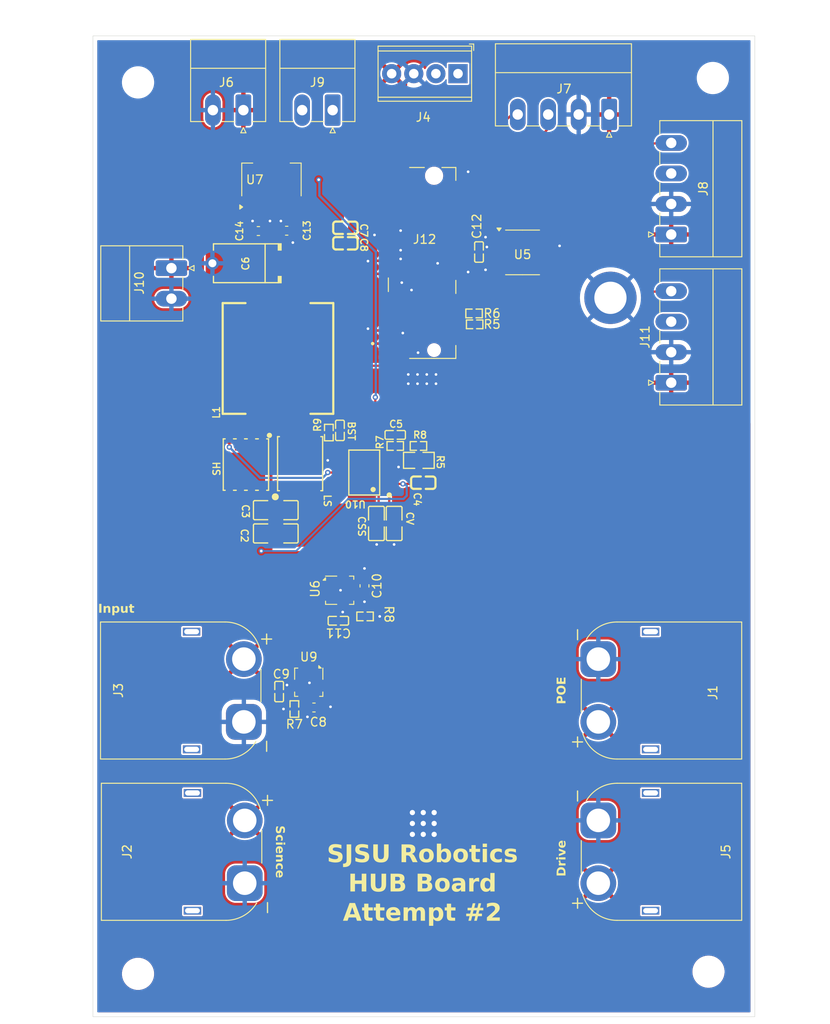
<source format=kicad_pcb>
(kicad_pcb (version 20240108) (generator "pcbnew") (generator_version "8.0")
  (layers (0 "F.Cu" signal "Top Layer") (1 "In1.Cu" signal "Inner1") (2 "In2.Cu" signal "Inner2") (31 "B.Cu" signal "Bottom Layer") (34 "B.Paste" user "Bottom Paste Mask Layer") (35 "F.Paste" user "Top Paste Mask Layer") (36 "B.SilkS" user "Bottom Silkscreen Layer") (37 "F.SilkS" user "Top Silkscreen Layer") (38 "B.Mask" user "Bottom Solder Mask Layer") (39 "F.Mask" user "Top Solder Mask Layer") (44 "Edge.Cuts" user "Multi-Layer"))
  (net 0 "")
  (net 1 "ADC1")
  (net 2 "GND")
  (net 3 "3.3V")
  (net 4 "ADC2")
  (net 5 "5V")
  (net 6 "Net-(J1-Pin_2)")
  (net 7 "Net-(J3-Pin_2)")
  (net 8 "Net-(J12-G0{slash}BUS0)")
  (net 9 "Net-(J12-G1{slash}BUS1)")
  (net 10 "Net-(J11-Pin_3)")
  (net 11 "Net-(J11-Pin_4)")
  (net 12 "SCL")
  (net 13 "SDA")
  (net 26 "TX")
  (net 48 "RX")
  (net 51 "SDA2")
  (net 52 "SCL2")
  (net 66 "Net-(U9-~{FAULT})")
  (net 67 "Net-(U6-~{FAULT})")
  (net 70 "40V")
  (net 79 "$2N2931")
  (net 80 "$2N2778")
  (net 81 "GATE")
  (net 82 "$2N2800")
  (net 83 "$2N671")
  (net 84 "$2N681")
  (net 85 "$2N1026")
  (net 86 "$2N1983")
  (net 87 "$2N1121")
  (footprint "finalhand:C0603" (layer "F.Cu") (at 268.0655 56.6815)
    (property "Reference" "C7")
    (property "Value" "")
  )
  (footprint "TerminalBlock_Phoenix:TerminalBlock_Phoenix_MPT-0,5-4-2.54_1x04_P2.54mm_Horizontal" (layer "F.Cu") (at 280.99 39 180)
    (property "Reference" "J4")
    (property "Value" "2.54mm LCD" (hide yes))
  )
  (footprint "Sensor_Current:Allegro_QFN-12-10-1EP_3x3mm_P0.5mm" (layer "F.Cu") (at 267.32 98.25)
    (property "Reference" "U6")
    (property "Value" "ACS711xEXLT-31AB" (hide yes))
  )
  (footprint "finalhand:C1206" (layer "F.Cu") (at 260.0645 89.0665 180)
    (property "Reference" "C3")
    (property "Value" "")
  )
  (footprint "Connector_AMASS:AMASS_XT60PW-M_1x02_P7.20mm_Horizontal" (layer "F.Cu") (at 256.4 113.35 90)
    (property "Reference" "J3")
    (property "Value" "XT60-PW-M" (hide yes))
  )
  (footprint "finalhand-easyedapro:R0402" (layer "F.Cu") (at 262.2 111.8715 -90)
    (property "Reference" "R7")
    (property "Value" "10K" (hide yes))
  )
  (footprint "Capacitor_SMD:C_0603_1608Metric" (layer "F.Cu") (at 270.25 97.75 -90)
    (property "Reference" "C10")
    (property "Value" "18pF" (hide yes))
  )
  (footprint "finalhand:POWERVDFN-8_L6.0-W5.0-P1.27-BL" (layer "F.Cu") (at 262.8585 83.7325)
    (property "Reference" "LS")
    (property "Value" "")
  )
  (footprint "finalhand-easyedapro:R0402" (layer "F.Cu") (at 270.317 101.25)
    (property "Reference" "R8")
    (property "Value" "10K" (hide yes))
  )
  (footprint "Connector_Phoenix_MC:PhoenixContact_MC_1,5_2-G-3.5_1x02_P3.50mm_Horizontal" (layer "F.Cu") (at 256.345 43.1825 180)
    (property "Reference" "J6")
    (property "Value" "Phoenix (5V,GND)" (hide yes))
  )
  (footprint "finalhand:HTSSOP-14_L5.0-W4.4-P0.65-LS6.4-BL-EP" (layer "F.Cu") (at 270.2245 84.7485 90)
    (property "Reference" "U10")
    (property "Value" "")
  )
  (footprint "finalhand:C0805" (layer "F.Cu") (at 273.6535 90.5905 90)
    (property "Reference" "CV")
    (property "Value" "")
  )
  (footprint "finalhand:C0402" (layer "F.Cu") (at 273.7805 80.4305)
    (property "Reference" "C5")
    (property "Value" "")
  )
  (footprint "finalhand-easyedapro:C0402" (layer "F.Cu") (at 283.4 59.454998 90)
    (property "Reference" "C12")
    (property "Value" "100nF" (hide yes))
  )
  (footprint "finalhand:DFN-8_L5.9-W5.2-P1.27-LS6.2-BL" (layer "F.Cu") (at 256.6355 83.8595 180)
    (property "Reference" "HS")
    (property "Value" "")
  )
  (footprint "Connector_AMASS:AMASS_XT60PW-M_1x02_P7.20mm_Horizontal" (layer "F.Cu") (at 297.1 124.65 -90)
    (property "Reference" "J5")
    (property "Value" "XT60-PW-M" (hide yes))
  )
  (footprint "Package_TO_SOT_SMD:SOT-223-3_TabPin2" (layer "F.Cu") (at 259.5685 51.1635 90)
    (property "Reference" "U7")
    (property "Value" "AMS1117-3.3" (hide yes))
  )
  (footprint "Connector_Phoenix_MC:PhoenixContact_MC_1,5_4-G-3.5_1x04_P3.50mm_Horizontal" (layer "F.Cu") (at 305.4675 74.445 90)
    (property "Reference" "J11")
    (property "Value" "Phoenix (+,-,CANH/L)" (hide yes))
  )
  (footprint "Connector_Phoenix_MC:PhoenixContact_MC_1,5_2-G-3.5_1x02_P3.50mm_Horizontal" (layer "F.Cu") (at 248.0825 61.305 -90)
    (property "Reference" "J10")
    (property "Value" "Phoenix (5V,GND)" (hide yes))
  )
  (footprint "MountingHole:MountingHole_3.2mm_M3" (layer "F.Cu") (at 244.25 142.25 90)
    (property "Reference" "REF**" (hide yes))
    (property "Value" "MountingHole_3.2mm_M3" (hide yes))
  )
  (footprint "finalhand:C0805" (layer "F.Cu") (at 271.6215 90.5905 90)
    (property "Reference" "CSS")
    (property "Value" "")
  )
  (footprint "Capacitor_SMD:C_0603_1608Metric" (layer "F.Cu") (at 258.0685 57.05 180)
    (property "Reference" "C14")
    (property "Value" "10µF" (hide yes))
  )
  (footprint "Package_SO:SOIC-8_3.9x4.9mm_P1.27mm" (layer "F.Cu") (at 288.4 59.5)
    (property "Reference" "U5")
    (property "Value" "SN65HVD232" (hide yes))
  )
  (footprint "Capacitor_SMD:C_0603_1608Metric" (layer "F.Cu") (at 264.45 111.7 180)
    (property "Reference" "C8")
    (property "Value" "18pF" (hide yes))
  )
  (footprint "finalhand:C0603" (layer "F.Cu") (at 276.9935 85.910624 180)
    (property "Reference" "C4")
    (property "Value" "")
  )
  (footprint "MountingHole:MountingHole_3.2mm_M3" (layer "F.Cu") (at 310.25 39.5 90)
    (property "Reference" "REF**" (hide yes))
    (property "Value" "MountingHole_3.2mm_M3" (hide yes))
  )
  (footprint "finalhand:R0402" (layer "F.Cu") (at 276.4475 81.7005 180)
    (property "Reference" "R8")
    (property "Value" "")
  )
  (footprint "finalhand-easyedapro:C0402" (layer "F.Cu") (at 267.25 101.75)
    (property "Reference" "C11")
    (property "Value" "100nF" (hide yes))
  )
  (footprint "M2 Connect:micromod" (layer "F.Cu") (at 286.4905 60.7095 -90)
    (property "Reference" "J12")
    (property "Value" "MicroMod" (hide yes))
  )
  (footprint "Connector_AMASS:AMASS_XT60PW-M_1x02_P7.20mm_Horizontal" (layer "F.Cu") (at 256.5 131.85 90)
    (property "Reference" "J2")
    (property "Value" "XT60-PW-M" (hide yes))
  )
  (footprint "Capacitor_SMD:C_0603_1608Metric" (layer "F.Cu") (at 261.3185 57.0135 180)
    (property "Reference" "C13")
    (property "Value" "10µF" (hide yes))
  )
  (footprint "finalhand:R0402" (layer "F.Cu") (at 273.7805 81.7005 180)
    (property "Reference" "R7")
    (property "Value" "")
  )
  (footprint "MountingHole:MountingHole_3.2mm_M3" (layer "F.Cu") (at 309.75 142 90)
    (property "Reference" "REF**" (hide yes))
    (property "Value" "MountingHole_3.2mm_M3" (hide yes))
  )
  (footprint "finalhand:IND-SMD_L12.7-W12.7" (layer "F.Cu") (at 260.3185 71.6635 90)
    (property "Reference" "L1")
    (property "Value" "")
  )
  (footprint "finalhand:R0805" (layer "F.Cu") (at 276.4935 83.3515)
    (property "Reference" "R5")
    (property "Value" "")
  )
  (footprint "MountingHole:MountingHole_3.2mm_M3" (layer "F.Cu") (at 244.25 40 90)
    (property "Reference" "REF**" (hide yes))
    (property "Value" "MountingHole_3.2mm_M3" (hide yes))
  )
  (footprint "finalhand:Pad_e949" (layer "F.Cu") (at 252.7915 60.7455 -90)
    (property "Reference" "")
    (property "Value" "")
  )
  (footprint "finalhand:C0603" (layer "F.Cu") (at 268.0655 58.4595)
    (property "Reference" "C8")
    (property "Value" "")
  )
  (footprint "finalhand-easyedapro:C0402" (layer "F.Cu") (at 260.45 109.8715 90)
    (property "Reference" "C9")
    (property "Value" "100nF" (hide yes))
  )
  (footprint "Connector_Phoenix_MC:PhoenixContact_MC_1,5_2-G-3.5_1x02_P3.50mm_Horizontal" (layer "F.Cu") (at 266.595 43.1825 180)
    (property "Reference" "J9")
    (property "Value" "Phoenix (SDA/L)" (hide yes))
  )
  (footprint "Connector_Phoenix_MC:PhoenixContact_MC_1,5_4-G-3.5_1x04_P3.50mm_Horizontal" (layer "F.Cu") (at 305.4675 57.445 90)
    (property "Reference" "J8")
    (property "Value" "Phoenix (+,-,CANH/L)" (hide yes))
  )
  (footprint "finalhand:C0402" (layer "F.Cu") (at 267.4305 79.9135 90)
    (property "Reference" "BST")
    (property "Value" "")
  )
  (footprint "finalhand:C1206" (layer "F.Cu") (at 260.0645 91.7335 180)
    (property "Reference" "C2")
    (property "Value" "")
  )
  (footprint "finalhand-easyedapro:R0402" (layer "F.Cu") (at 282.833 66.5 180)
    (property "Reference" "R6")
    (property "Value" "10K" (hide yes))
  )
  (footprint "Sensor_Current:Allegro_QFN-12-10-1EP_3x3mm_P0.5mm" (layer "F.Cu") (at 263.85 108.72 -90)
    (property "Reference" "U9")
    (property "Value" "ACS711xEXLT-31AB" (hide yes))
  )
  (footprint "finalhand:R0402" (layer "F.Cu") (at 266.1605 80.1635 90)
    (property "Reference" "R9")
    (property "Value" "")
  )
  (footprint "Connector_Phoenix_MC:PhoenixContact_MC_1,5_4-G-3.5_1x04_P3.50mm_Horizontal" (layer "F.Cu") (at 298.345 43.6825 180)
    (property "Reference" "J7")
    (property "Value" "Phoenix (GPIO, 5V, GND)" (hide yes))
  )
  (footprint "finalhand:CAP-SMD_L7.3-W4.3-R-RD" (layer "F.Cu") (at 256.6355 60.7455)
    (property "Reference" "C6")
    (property "Value" "")
  )
  (footprint "Connector_AMASS:AMASS_XT60PW-M_1x02_P7.20mm_Horizontal" (layer "F.Cu") (at 297.1 106.15 -90)
    (property "Reference" "J1")
    (property "Value" "XT60-PW-M" (hide yes))
  )
  (footprint "finalhand-easyedapro:R0402" (layer "F.Cu") (at 282.9 67.75 180)
    (property "Reference" "R5")
    (property "Value" "10K" (hide yes))
  )
  (gr_rect (start 239.0685 34.6635) (end 315.0685 147.1635) (stroke (width 0.05)) (fill none) (layer "Edge.Cuts"))
  (gr_text "Input" (at 241.75 101 0) (layer "F.SilkS") (effects (font (size 1 1) (thickness 0.15) (bold yes)) (justify bottom)))
  (gr_text "POE" (at 293.5 109.75 90) (layer "F.SilkS") (effects (font (size 1 1) (thickness 0.15) (bold yes)) (justify bottom)))
  (gr_text "SJSU Robotics\nHUB Board\nAttempt #2" (at 276.9 136.5 0) (layer "F.SilkS") (effects (font (size 2 2) (thickness 0.15) (bold yes)) (justify bottom)))
  (gr_text "Drive" (at 293.5 129 90) (layer "F.SilkS") (effects (font (size 1 1) (thickness 0.15) (bold yes)) (justify bottom)))
  (gr_text "Science" (at 259.916735 128.249997 270) (layer "F.SilkS") (effects (font (size 1 1) (thickness 0.15) (bold yes)) (justify bottom)))
  (segment (start 280.5155 61.7095) (end 282.1095 61.7095) (width 0.254) (layer "F.Cu") (net 1))
  (segment (start 265.225 111.7) (end 266.2715 111.7) (width 0.254) (layer "F.Cu") (net 1))
  (segment (start 265.3 109.45) (end 265.3 111.625) (width 0.254) (layer "F.Cu") (net 1))
  (segment (start 266.2715 111.7) (end 266.35 111.6215) (width 0.254) (layer "F.Cu") (net 1))
  (segment (start 265.3 111.625) (end 265.225 111.7) (width 0.254) (layer "F.Cu") (net 1))
  (segment (start 282.1095 61.7095) (end 282.15 61.75) (width 0.254) (layer "F.Cu") (net 1))
  (via blind (at 266.35 111.6215) (size 0.61) (drill 0.305) (layers "F.Cu" "In2.Cu") (net 1))
  (via blind (at 282.15 61.75) (size 0.61) (drill 0.305) (layers "F.Cu" "In2.Cu") (net 1))
  (segment (start 280.5155 51.3845) (end 281.65 50.25) (width 0.254) (layer "F.Cu") (net 2))
  (segment (start 260.45 109.3265) (end 261.145 109.3265) (width 0.254) (layer "F.Cu") (net 2))
  (segment (start 284.3 58.88) (end 285.91 58.88) (width 0.254) (layer "F.Cu") (net 2))
  (segment (start 257.4 54.445) (end 257.2685 54.3135) (width 0.254) (layer "F.Cu") (net 2))
  (segment (start 270.65 60.5) (end 270.65 59.25) (width 0.254) (layer "F.Cu") (net 2))
  (segment (start 268.7825 86.6985) (end 267.3585 86.6985) (width 0.254) (layer "F.Cu") (net 2))
  (segment (start 261.145 109.3265) (end 261.35 109.1215) (width 0.254) (layer "F.Cu") (net 2))
  (segment (start 263.675 111.7) (end 263.675 112.7465) (width 0.254) (layer "F.Cu") (net 2))
  (segment (start 284.3 58.88) (end 283.429998 58.88) (width 0.254) (layer "F.Cu") (net 2))
  (segment (start 267.3585 83.4485) (end 266.1305 83.4485) (width 0.254) (layer "F.Cu") (net 2))
  (segment (start 270.6905 60.4595) (end 272.9655 60.4595) (width 0.254) (layer "F.Cu") (net 2))
  (segment (start 266.1305 83.4485) (end 266.0335 83.3515) (width 0.254) (layer "F.Cu") (net 2))
  (segment (start 274.65 69.149892) (end 274.65 68.75) (width 0.254) (layer "F.Cu") (net 2))
  (segment (start 267.795 101.75) (end 267.795 100.795) (width 0.2) (layer "F.Cu") (net 2))
  (segment (start 271.6215 92.9715) (end 271.65 93) (width 0.254) (layer "F.Cu") (net 2))
  (segment (start 272.9655 69.9595) (end 273.840392 69.9595) (width 0.254) (layer "F.Cu") (net 2))
  (segment (start 270.65 59.25) (end 270.9405 58.9595) (width 0.254) (layer "F.Cu") (net 2))
  (segment (start 285.91 58.88) (end 285.925 58.865) (width 0.254) (layer "F.Cu") (net 2))
  (segment (start 273.840392 69.9595) (end 274.65 69.149892) (width 0.254) (layer "F.Cu") (net 2))
  (segment (start 267.55 99.7) (end 267.55 100.55) (width 0.2) (layer "F.Cu") (net 2))
  (segment (start 273.6535 92.9965) (end 273.65 93) (width 0.254) (layer "F.Cu") (net 2))
  (segment (start 271.6215 91.6205) (end 271.6215 92.9715) (width 0.254) (layer "F.Cu") (net 2))
  (segment (start 260.5435 57.0135) (end 260.5435 56.0065) (width 0.254) (layer "F.Cu") (net 2))
  (segment (start 257.2935 56.0065) (end 257.4 55.9) (width 0.254) (layer "F.Cu") (net 2))
  (segment (start 267.55 100.55) (end 267.75 100.75) (width 0.2) (layer "F.Cu") (net 2))
  (segment (start 269.7245 85.7565) (end 268.7825 86.6985) (width 0.254) (layer "F.Cu") (net 2))
  (segment (start 283.429998 58.88) (end 283.4 58.909998) (width 0.254) (layer "F.Cu") (net 2))
  (segment (start 257.4 55.9) (end 257.4 54.445) (width 0.254) (layer "F.Cu") (net 2))
  (segment (start 260.5435 56.0065) (end 260.65 55.9) (width 0.254) (layer "F.Cu") (net 2))
  (segment (start 276.4 71) (end 276.3405 71.0595) (width 0.254) (layer "F.Cu") (net 2))
  (segment (start 281.65 50.25) (end 282.15 50.25) (width 0.254) (layer "F.Cu") (net 2))
  (segment (start 276.3405 71.0595) (end 273.7405 71.0595) (width 0.254) (layer "F.Cu") (net 2))
  (segment (start 263.675 112.7465) (end 263.7 112.7715) (width 0.254) (layer "F.Cu") (net 2))
  (segment (start 261.5215 108.95) (end 262.4 108.95) (width 0.254) (layer "F.Cu") (net 2))
  (segment (start 267.795 100.795) (end 267.75 100.75) (width 0.2) (layer "F.Cu") (net 2))
  (segment (start 270.25 99.57) (end 270.25 98.525) (width 0.2) (layer "F.Cu") (net 2))
  (segment (start 273.6535 91.6205) (end 273.6535 92.9965) (width 0.254) (layer "F.Cu") (net 2))
  (segment (start 261.35 109.1215) (end 261.5215 108.95) (width 0.254) (layer "F.Cu") (net 2))
  (segment (start 270.65 60.5) (end 270.6905 60.4595) (width 0.254) (layer "F.Cu") (net 2))
  (segment (start 257.2935 57.05) (end 257.2935 56.0065) (width 0.254) (layer "F.Cu") (net 2))
  (segment (start 280.5155 51.7095) (end 280.5155 51.3845) (width 0.254) (layer "F.Cu") (net 2))
  (segment (start 269.7245 85.2485) (end 269.7245 85.7565) (width 0.254) (layer "F.Cu") (net 2))
  (segment (start 270.9405 58.9595) (end 272.9655 58.9595) (width 0.254) (layer "F.Cu") (net 2))
  (via (at 270.25 99.57) (size 0.61) (drill 0.305) (layers "F.Cu" "B.Cu") (net 2))
  (via (at 274.65 68.75) (size 0.61) (drill 0.305) (layers "F.Cu" "B.Cu") (net 2))
  (via (at 266.0335 83.3515) (size 0.61) (drill 0.305) (layers "F.Cu" "B.Cu") (net 2))
  (via blind (at 278.46066 73.5) (size 0.61) (drill 0.305) (layers "F.Cu" "In1.Cu") (net 2))
  (via blind (at 277.4 73.5) (size 0.61) (drill 0.305) (layers "F.Cu" "In1.Cu") (net 2))
  (via (at 276.4 71) (size 0.61) (drill 0.305) (layers "F.Cu" "B.Cu") (net 2))
  (via (at 267.75 100.75) (size 0.61) (drill 0.305) (layers "F.Cu" "B.Cu") (net 2))
  (via blind (at 275.27868 73.5) (size 0.61) (drill 0.305) (layers "F.Cu" "In1.Cu") (net 2))
  (via (at 273.65 93) (size 0.61) (drill 0.305) (layers "F.Cu" "B.Cu") (net 2))
  (via (at 282.15 50.25) (size 0.61) (drill 0.305) (layers "F.Cu" "B.Cu") (net 2))
  (via blind (at 276.33934 73.5) (size 0.61) (drill 0.305) (layers "F.Cu" "In1.Cu") (net 2))
  (via (at 274.1615 84.1135) (size 0.61) (drill 0.305) (layers "F.Cu" "B.Cu") (net 2))
  (via (at 260.65 55.9) (size 0.61) (drill 0.305) (layers "F.Cu" "B.Cu") (net 2))
  (via (at 261.35 109.1215) (size 0.61) (drill 0.305) (layers "F.Cu" "B.Cu") (net 2))
  (via (at 257.4 55.9) (size 0.61) (drill 0.305) (layers "F.Cu" "B.Cu") (net 2))
  (via (at 284.3 58.88) (size 0.61) (drill 0.305) (layers "F.Cu" "B.Cu") (net 2))
  (via (at 270.65 60.5) (size 0.61) (drill 0.305) (layers "F.Cu" "B.Cu") (net 2))
  (via (at 263.7 112.7715) (size 0.61) (drill 0.305) (layers "F.Cu" "B.Cu") (net 2))
  (via (at 271.65 93) (size 0.61) (drill 0.305) (layers "F.Cu" "B.Cu") (net 2))
  (via blind (at 277.4 74.56066) (size 0.61) (drill 0.305) (layers "In1.Cu" "B.Cu") (net 2))
  (via blind (at 276.33934 74.56066) (size 0.61) (drill 0.305) (layers "In1.Cu" "B.Cu") (net 2))
  (via blind (at 275.27868 74.56066) (size 0.61) (drill 0.305) (layers "In1.Cu" "B.Cu") (net 2))
  (via blind (at 278.46066 74.56066) (size 0.61) (drill 0.305) (layers "In1.Cu" "B.Cu") (net 2))
  (segment (start 259.4 54.482) (end 259.5685 54.3135) (width 0.254) (layer "F.Cu") (net 3))
  (segment (start 266.705 101.75) (end 267 101.455) (width 0.2) (layer "F.Cu") (net 3))
  (segment (start 283.4 66.366) (end 283.266 66.5) (width 0.254) (layer "F.Cu") (net 3))
  (segment (start 283.266 67.683) (end 283.333 67.75) (width 0.254) (layer "F.Cu") (net 3))
  (segment (start 272 101.25) (end 270.75 101.25) (width 0.254) (layer "F.Cu") (net 3))
  (segment (start 282.65 71.75) (end 281.9 72.5) (width 0.254) (layer "F.Cu") (net 3))
  (segment (start 270.65 72.15) (end 271 72.5) (width 0.254) (layer "F.Cu") (net 3))
  (segment (start 260.95 111.8715) (end 261.383 112.3045) (width 0.254) (layer "F.Cu") (net 3))
  (segment (start 281.9 72.5) (end 271 72.5) (width 0.254) (layer "F.Cu") (net 3))
  (segment (start 265.3 108.95) (end 264.01 108.95) (width 0.254) (layer "F.Cu") (net 3))
  (segment (start 283.333 68.567) (end 282.65 69.25) (width 0.254) (layer "F.Cu") (net 3))
  (segment (start 260.45 110.4165) (end 260.45 111.3715) (width 0.254) (layer "F.Cu") (net 3))
  (segment (start 258.8435 56.4565) (end 259.4 55.9) (width 0.254) (layer "F.Cu") (net 3))
  (segment (start 267.5 98.25) (end 267.5 96.85) (width 0.254) (layer "F.Cu") (net 3))
  (segment (start 270.65 68.25) (end 270.65 72.15) (width 0.254) (layer "F.Cu") (net 3))
  (segment (start 264.01 108.95) (end 263.9315 108.8715) (width 0.254) (layer "F.Cu") (net 3))
  (segment (start 261.65 58) (end 259.7935 58) (width 0.254) (layer "F.Cu") (net 3))
  (segment (start 262.2 112.3045) (end 261.383 112.3045) (width 0.2) (layer "F.Cu") (net 3))
  (segment (start 267 101.455) (end 267 99.25) (width 0.2) (layer "F.Cu") (net 3))
  (segment (start 283.4 59.999998) (end 283.4 66.366) (width 0.254) (layer "F.Cu") (net 3))
  (segment (start 283.4 59.999998) (end 285.789998 59.999998) (width 0.254) (layer "F.Cu") (net 3))
  (segment (start 285.789998 59.999998) (end 285.925 60.135) (width 0.254) (layer "F.Cu") (net 3))
  (segment (start 262.025 58.375) (end 261.65 58) (width 0.254) (layer "F.Cu") (net 3))
  (segment (start 267.5 96.85) (end 267.55 96.8) (width 0.254) (layer "F.Cu") (net 3))
  (segment (start 267 99.25) (end 267.5 98.75) (width 0.2) (layer "F.Cu") (net 3))
  (segment (start 283.333 67.75) (end 283.333 68.567) (width 0.254) (layer "F.Cu") (net 3))
  (segment (start 267.5 98.75) (end 267.5 98.25) (width 0.2) (layer "F.Cu") (net 3))
  (segment (start 259.5685 54.3135) (end 259.5685 48.0135) (width 0.762) (layer "F.Cu") (net 3))
  (segment (start 282.65 69.25) (end 282.65 71.75) (width 0.254) (layer "F.Cu") (net 3))
  (segment (start 258.8435 57.05) (end 258.8435 56.4565) (width 0.254) (layer "F.Cu") (net 3))
  (segment (start 283.266 66.5) (end 283.266 67.683) (width 0.254) (layer "F.Cu") (net 3))
  (segment (start 259.4 55.9) (end 259.4 54.482) (width 0.254) (layer "F.Cu") (net 3))
  (segment (start 282.1905 69.7095) (end 282.65 69.25) (width 0.254) (layer "F.Cu") (net 3))
  (segment (start 280.5155 69.7095) (end 282.1905 69.7095) (width 0.254) (layer "F.Cu") (net 3))
  (segment (start 260.45 111.3715) (end 260.95 111.8715) (width 0.254) (layer "F.Cu") (net 3))
  (segment (start 259.7935 58) (end 258.8435 57.05) (width 0.254) (layer "F.Cu") (net 3))
  (via blind (at 270.65 68.25) (size 0.61) (drill 0.305) (layers "F.Cu" "In2.Cu") (net 3))
  (via blind (at 263.9315 108.8715) (size 0.61) (drill 0.305) (layers "F.Cu" "In2.Cu") (net 3))
  (via blind (at 259.4 55.9) (size 0.61) (drill 0.305) (layers "F.Cu" "In2.Cu") (net 3))
  (via blind (at 267.5 98.25) (size 0.61) (drill 0.305) (layers "F.Cu" "In2.Cu") (net 3))
  (via blind (at 262.025 58.375) (size 0.61) (drill 0.305) (layers "F.Cu" "In2.Cu") (net 3))
  (via blind (at 260.95 111.8715) (size 0.61) (drill 0.305) (layers "F.Cu" "In2.Cu") (net 3))
  (via blind (at 272 101.25) (size 0.61) (drill 0.305) (layers "F.Cu" "In2.Cu") (net 3))
  (segment (start 268.05 96.8) (end 270.075 96.8) (width 0.2) (layer "F.Cu") (net 4))
  (segment (start 278.6905 60.7095) (end 280.5155 60.7095) (width 0.254) (layer "F.Cu") (net 4))
  (segment (start 270.25 95.75) (end 270.25 96.975) (width 0.254) (layer "F.Cu") (net 4))
  (segment (start 278.65 60.75) (end 278.6905 60.7095) (width 0.254) (layer "F.Cu") (net 4))
  (segment (start 270.075 96.8) (end 270.25 96.975) (width 0.2) (layer "F.Cu") (net 4))
  (via blind (at 270.25 95.75) (size 0.61) (drill 0.305) (layers "F.Cu" "In2.Cu") (net 4))
  (via blind (at 278.65 60.75) (size 0.61) (drill 0.305) (layers "F.Cu" "In2.Cu") (net 4))
  (segment (start 262.0935 57.0135) (end 262.0935 54.5385) (width 0.254) (layer "F.Cu") (net 5))
  (segment (start 267.3655 58.4595) (end 267.3655 56.6815) (width 0.254) (layer "F.Cu") (net 5))
  (segment (start 271.4945 78.6895) (end 273.2355 80.4305) (width 0.254) (layer "F.Cu") (net 5))
  (segment (start 271.4945 76.1125) (end 271.4945 78.6895) (width 0.254) (layer "F.Cu") (net 5))
  (segment (start 273.2355 80.4305) (end 273.2355 81.715) (width 0.254) (layer "F.Cu") (net 5))
  (segment (start 262.0935 54.5385) (end 261.8685 54.3135) (width 0.254) (layer "F.Cu") (net 5))
  (segment (start 273.2355 81.715) (end 273.3475 81.8275) (width 0.254) (layer "F.Cu") (net 5))
  (via (at 271.4945 76.1125) (size 0.61) (drill 0.305) (layers "F.Cu" "B.Cu") (net 5))
  (via (at 264.9935 51.160624) (size 0.61) (drill 0.305) (layers "F.Cu" "B.Cu") (net 5))
  (segment (start 265.0685 51.235624) (end 264.9935 51.160624) (width 0.254) (layer "B.Cu") (net 5))
  (segment (start 271.5455 76.0615) (end 271.4945 76.1125) (width 0.254) (layer "B.Cu") (net 5))
  (segment (start 265.0685 52.977376) (end 265.0685 51.235624) (width 0.254) (layer "B.Cu") (net 5))
  (segment (start 271.5455 59.454376) (end 271.5455 76.0615) (width 0.254) (layer "B.Cu") (net 5))
  (segment (start 265.0685 52.977376) (end 271.5455 59.454376) (width 0.254) (layer "B.Cu") (net 5))
  (segment (start 264.25 107.5) (end 264.35 107.4) (width 0.254) (layer "F.Cu") (net 6))
  (segment (start 264.45 108.035) (end 264.55 107.935) (width 0.254) (layer "F.Cu") (net 6))
  (segment (start 266.2 98.95) (end 266 98.75) (width 0.254) (layer "F.Cu") (net 6))
  (segment (start 264.25 108.035) (end 264.45 108.035) (width 0.254) (layer "F.Cu") (net 6))
  (segment (start 266.1 98.65) (end 266 98.75) (width 0.254) (layer "F.Cu") (net 6))
  (segment (start 264.25 108.035) (end 264.25 107.5) (width 0.254) (layer "F.Cu") (net 6))
  (segment (start 266.635 98.65) (end 266.1 98.65) (width 0.254) (layer "F.Cu") (net 6))
  (segment (start 266.535 98.95) (end 266.2 98.95) (width 0.254) (layer "F.Cu") (net 6))
  (via blind (at 277 125) (size 1) (drill 0.6) (layers "F.Cu" "In2.Cu") (net 6))
  (via blind (at 275.75 123.75) (size 1) (drill 0.6) (layers "F.Cu" "In2.Cu") (net 6))
  (via blind (at 277 126.25) (size 1) (drill 0.6) (layers "F.Cu" "In2.Cu") (net 6))
  (via blind (at 275.75 126.25) (size 1) (drill 0.6) (layers "F.Cu" "In2.Cu") (net 6))
  (via blind (at 275.75 125) (size 1) (drill 0.6) (layers "F.Cu" "In2.Cu") (net 6))
  (via blind (at 278.25 126.25) (size 1) (drill 0.6) (layers "F.Cu" "In2.Cu") (net 6))
  (via blind (at 277 123.75) (size 1) (drill 0.6) (layers "F.Cu" "In2.Cu") (net 6))
  (via blind (at 278.25 123.75) (size 1) (drill 0.6) (layers "F.Cu" "In2.Cu") (net 6))
  (via blind (at 278.25 125) (size 1) (drill 0.6) (layers "F.Cu" "In2.Cu") (net 6))
  (segment (start 263.45 107.5) (end 263.35 107.4) (width 0.254) (layer "F.Cu") (net 7))
  (segment (start 263.45 108.035) (end 263.45 107.5) (width 0.254) (layer "F.Cu") (net 7))
  (segment (start 263.45 108.035) (end 263.25 108.035) (width 0.254) (layer "F.Cu") (net 7))
  (segment (start 263.25 108.035) (end 263.15 107.935) (width 0.254) (layer "F.Cu") (net 7))
  (segment (start 287.167608 43.6825) (end 287.845 43.6825) (width 0.254) (layer "F.Cu") (net 8))
  (segment (start 280.5155 60.2095) (end 279.640608 60.2095) (width 0.254) (layer "F.Cu") (net 8))
  (segment (start 279.4 59.968892) (end 279.4 51.450108) (width 0.254) (layer "F.Cu") (net 8))
  (segment (start 279.640608 60.2095) (end 279.4 59.968892) (width 0.254) (layer "F.Cu") (net 8))
  (segment (start 279.4 51.450108) (end 287.167608 43.6825) (width 0.254) (layer "F.Cu") (net 8))
  (segment (start 291.345 45.305) (end 291.345 43.6825) (width 0.254) (layer "F.Cu") (net 9))
  (segment (start 282.15 54.5) (end 291.345 45.305) (width 0.254) (layer "F.Cu") (net 9))
  (segment (start 282.15 58.949892) (end 282.15 54.5) (width 0.254) (layer "F.Cu") (net 9))
  (segment (start 280.5155 59.7095) (end 281.390392 59.7095) (width 0.254) (layer "F.Cu") (net 9))
  (segment (start 281.390392 59.7095) (end 282.15 58.949892) (width 0.254) (layer "F.Cu") (net 9))
  (segment (start 290.99 58.75) (end 290.875 58.865) (width 0.254) (layer "F.Cu") (net 10))
  (segment (start 292.65 58.75) (end 290.99 58.75) (width 0.254) (layer "F.Cu") (net 10))
  (via blind (at 292.65 58.75) (size 0.61) (drill 0.305) (layers "F.Cu" "In2.Cu") (net 10))
  (segment (start 290.875 60.135) (end 301.765 60.135) (width 0.254) (layer "F.Cu") (net 11))
  (segment (start 290.875 60.135) (end 290.99 60.25) (width 0.254) (layer "F.Cu") (net 11))
  (segment (start 301.765 60.135) (end 302.15 59.75) (width 0.254) (layer "F.Cu") (net 11))
  (segment (start 302.65 47) (end 305.65 47) (width 0.254) (layer "F.Cu") (net 11))
  (segment (start 302.65 64) (end 302.15 63.5) (width 0.254) (layer "F.Cu") (net 11))
  (segment (start 302.15 63.5) (end 302.15 59.75) (width 0.254) (layer "F.Cu") (net 11))
  (segment (start 305.65 64) (end 302.65 64) (width 0.254) (layer "F.Cu") (net 11))
  (segment (start 302.15 47.5) (end 302.65 47) (width 0.254) (layer "F.Cu") (net 11))
  (segment (start 302.15 59.75) (end 302.15 47.5) (width 0.254) (layer "F.Cu") (net 11))
  (segment (start 275.75 63.817658) (end 276.748766 63.817658) (width 0.254) (layer "F.Cu") (net 12))
  (segment (start 280.5155 66.7095) (end 282.1905 66.7095) (width 0.254) (layer "F.Cu") (net 12))
  (segment (start 276.748766 63.817658) (end 279.640608 66.7095) (width 0.254) (layer "F.Cu") (net 12))
  (segment (start 282.1905 66.7095) (end 282.4 66.5) (width 0.254) (layer "F.Cu") (net 12))
  (segment (start 279.640608 66.7095) (end 280.5155 66.7095) (width 0.254) (layer "F.Cu") (net 12))
  (via blind (at 275.65 63.817658) (size 0.61) (drill 0.305) (layers "F.Cu" "In2.Cu") (net 12))
  (segment (start 274.53204 62.96796) (end 274.807273 63.243193) (width 0.254) (layer "F.Cu") (net 13))
  (segment (start 280.5155 67.2095) (end 281.9265 67.2095) (width 0.254) (layer "F.Cu") (net 13))
  (segment (start 275.3595 67.2095) (end 280.5155 67.2095) (width 0.254) (layer "F.Cu") (net 13))
  (segment (start 281.9265 67.2095) (end 282.467 67.75) (width 0.254) (layer "F.Cu") (net 13))
  (segment (start 274.807273 63.243193) (end 274.807273 66.657273) (width 0.254) (layer "F.Cu") (net 13))
  (segment (start 274.807273 66.657273) (end 275.3595 67.2095) (width 0.254) (layer "F.Cu") (net 13))
  (via blind (at 274.53204 62.96796) (size 0.61) (drill 0.305) (layers "F.Cu" "In2.Cu") (net 13))
  (segment (start 272.9655 59.4595) (end 274.1905 59.4595) (width 0.254) (layer "F.Cu") (net 26))
  (segment (start 285.925 57.595) (end 284.305 57.595) (width 0.254) (layer "F.Cu") (net 26))
  (segment (start 284.305 57.595) (end 284.15 57.75) (width 0.254) (layer "F.Cu") (net 26))
  (segment (start 274.1905 59.4595) (end 274.4 59.25) (width 0.254) (layer "F.Cu") (net 26))
  (via blind (at 284.15 57.75) (size 0.61) (drill 0.305) (layers "F.Cu" "In2.Cu") (net 26))
  (via blind (at 274.4 59.25) (size 0.61) (drill 0.305) (layers "F.Cu" "In2.Cu") (net 26))
  (segment (start 272.9655 59.9595) (end 274.1095 59.9595) (width 0.254) (layer "F.Cu") (net 48))
  (segment (start 274.1095 59.9595) (end 274.4 60.25) (width 0.254) (layer "F.Cu") (net 48))
  (segment (start 285.925 61.405) (end 284.245 61.405) (width 0.254) (layer "F.Cu") (net 48))
  (segment (start 284.245 61.405) (end 284.15 61.5) (width 0.254) (layer "F.Cu") (net 48))
  (via blind (at 284.15 61.5) (size 0.61) (drill 0.305) (layers "F.Cu" "In2.Cu") (net 48))
  (via blind (at 274.4 60.25) (size 0.61) (drill 0.305) (layers "F.Cu" "In2.Cu") (net 48))
  (segment (start 271.4405 57.4595) (end 272.9655 57.4595) (width 0.254) (layer "F.Cu") (net 51))
  (segment (start 271.4 57.5) (end 271.4405 57.4595) (width 0.254) (layer "F.Cu") (net 51))
  (via blind (at 271.4 57.5) (size 0.61) (drill 0.305) (layers "F.Cu" "In2.Cu") (net 51))
  (segment (start 273.880892 57) (end 273.840392 56.9595) (width 0.254) (layer "F.Cu") (net 52))
  (segment (start 273.840392 56.9595) (end 272.9655 56.9595) (width 0.254) (layer "F.Cu") (net 52))
  (segment (start 274.4 57) (end 273.880892 57) (width 0.254) (layer "F.Cu") (net 52))
  (via blind (at 274.4 57) (size 0.61) (drill 0.305) (layers "F.Cu" "In2.Cu") (net 52))
  (segment (start 262.2 109.65) (end 262.2 111.4385) (width 0.254) (layer "F.Cu") (net 66))
  (segment (start 262.2 109.65) (end 262.4 109.45) (width 0.254) (layer "F.Cu") (net 66))
  (segment (start 268.05 99.7) (end 269.6 101.25) (width 0.2) (layer "F.Cu") (net 67))
  (segment (start 269.6 101.25) (end 269.884 101.25) (width 0.2) (layer "F.Cu") (net 67))
  (segment (start 266.1 97.85) (end 266 97.75) (width 0.254) (layer "F.Cu") (net 70))
  (segment (start 274.663 86.0485) (end 273.0905 86.0485) (width 0.254) (layer "F.Cu") (net 70))
  (segment (start 275.4635 86.0485) (end 274.663 86.0485) (width 0.254) (layer "F.Cu") (net 70))
  (segment (start 266.535 97.55) (end 266.535 97.75) (width 0.254) (layer "F.Cu") (net 70))
  (segment (start 276.9665 84.937624) (end 277.4935 84.410624) (width 0.254) (layer "F.Cu") (net 70))
  (segment (start 276.7435 85.910624) (end 276.9665 85.687624) (width 0.254) (layer "F.Cu") (net 70))
  (segment (start 266.535 97.75) (end 266.635 97.85) (width 0.254) (layer "F.Cu") (net 70))
  (segment (start 275.601376 85.910624) (end 276.2935 85.910624) (width 0.254) (layer "F.Cu") (net 70))
  (segment (start 275.4635 86.0485) (end 275.601376 85.910624) (width 0.254) (layer "F.Cu") (net 70))
  (segment (start 266.635 97.85) (end 266.1 97.85) (width 0.254) (layer "F.Cu") (net 70))
  (segment (start 276.9665 85.687624) (end 276.9665 84.937624) (width 0.254) (layer "F.Cu") (net 70))
  (segment (start 276.2935 85.910624) (end 276.7435 85.910624) (width 0.254) (layer "F.Cu") (net 70))
  (segment (start 277.4935 84.410624) (end 277.4935 83.3515) (width 0.254) (layer "F.Cu") (net 70))
  (via (at 274.663 86.0485) (size 0.61) (drill 0.305) (layers "F.Cu" "B.Cu") (net 70))
  (via (at 258.4 93.75) (size 0.61) (drill 0.305) (layers "F.Cu" "B.Cu") (net 70))
  (segment (start 275.1015 87.394376) (end 274.7205 87.775376) (width 0.254) (layer "B.Cu") (net 70))
  (segment (start 262.4 93.75) (end 268.374624 87.775376) (width 0.2) (layer "B.Cu") (net 70))
  (segment (start 274.898624 86.0485) (end 275.1015 86.251376) (width 0.254) (layer "B.Cu") (net 70))
  (segment (start 275.1015 86.251376) (end 275.1015 87.394376) (width 0.254) (layer "B.Cu") (net 70))
  (segment (start 274.663 86.0485) (end 274.898624 86.0485) (width 0.254) (layer "B.Cu") (net 70))
  (segment (start 258.4 93.75) (end 262.4 93.75) (width 0.2) (layer "B.Cu") (net 70))
  (segment (start 274.7205 87.775376) (end 268.374624 87.775376) (width 0.254) (layer "B.Cu") (net 70))
  (segment (start 266.1605 81.6005) (end 266.1605 80.5965) (width 0.254) (layer "F.Cu") (net 79))
  (segment (start 266.1605 81.6005) (end 267.3585 82.7985) (width 0.254) (layer "F.Cu") (net 79))
  (segment (start 267.3935 79.3615) (end 267.4305 79.3245) (width 0.254) (layer "F.Cu") (net 80))
  (segment (start 267.4305 79.3685) (end 266.5225 79.3685) (width 0.254) (layer "F.Cu") (net 80))
  (segment (start 263.8745 84.0985) (end 263.3585 83.5825) (width 0.254) (layer "F.Cu") (net 80))
  (segment (start 263.3585 83.5825) (end 262.8585 83.0825) (width 0.254) (layer "F.Cu") (net 80))
  (segment (start 267.3585 84.0985) (end 263.8745 84.0985) (width 0.254) (layer "F.Cu") (net 80))
  (segment (start 266.5225 79.3685) (end 266.1605 79.7305) (width 0.254) (layer "F.Cu") (net 80))
  (segment (start 266.0335 84.7485) (end 267.3585 84.7485) (width 0.254) (layer "F.Cu") (net 81))
  (segment (start 254.7305 81.8275) (end 254.7305 80.9345) (width 0.254) (layer "F.Cu") (net 81))
  (via (at 266.0335 84.7485) (size 0.61) (drill 0.305) (layers "F.Cu" "B.Cu") (net 81))
  (via (at 254.7305 81.8275) (size 0.61) (drill 0.305) (layers "F.Cu" "B.Cu") (net 81))
  (segment (start 254.7305 81.8275) (end 258.265376 85.362376) (width 0.254) (layer "B.Cu") (net 81))
  (segment (start 265.4495 85.362376) (end 266.0335 84.778376) (width 0.254) (layer "B.Cu") (net 81))
  (segment (start 266.0335 84.778376) (end 266.0335 84.7485) (width 0.254) (layer "B.Cu") (net 81))
  (segment (start 258.265376 85.362376) (end 265.4495 85.362376) (width 0.254) (layer "B.Cu") (net 81))
  (segment (start 266.366 86.0485) (end 267.3585 86.0485) (width 0.254) (layer "F.Cu") (net 82))
  (segment (start 264.7635 86.758) (end 265.6565 86.758) (width 0.254) (layer "F.Cu") (net 82))
  (segment (start 265.6565 86.758) (end 266.366 86.0485) (width 0.254) (layer "F.Cu") (net 82))
  (segment (start 267.4305 81.2625) (end 267.4305 80.4585) (width 0.254) (layer "F.Cu") (net 83))
  (segment (start 268.7005 85.0025) (end 268.7005 82.5325) (width 0.254) (layer "F.Cu") (net 83))
  (segment (start 268.3045 85.3985) (end 268.7005 85.0025) (width 0.254) (layer "F.Cu") (net 83))
  (segment (start 268.7005 82.5325) (end 267.4305 81.2625) (width 0.254) (layer "F.Cu") (net 83))
  (segment (start 267.3585 85.3985) (end 268.3045 85.3985) (width 0.254) (layer "F.Cu") (net 83))
  (segment (start 274.9405 82.7985) (end 275.4935 83.3515) (width 0.254) (layer "F.Cu") (net 84))
  (segment (start 275.3665 83.4785) (end 275.4935 83.3515) (width 0.254) (layer "F.Cu") (net 84))
  (segment (start 273.0905 82.7985) (end 274.9405 82.7985) (width 0.254) (layer "F.Cu") (net 84))
  (segment (start 271.6215 89.5605) (end 271.8755 89.3065) (width 0.254) (layer "F.Cu") (net 85))
  (segment (start 271.8755 83.74) (end 272.167 83.4485) (width 0.254) (layer "F.Cu") (net 85))
  (segment (start 271.8755 89.3065) (end 271.8755 83.74) (width 0.254) (layer "F.Cu") (net 85))
  (segment (start 272.167 83.4485) (end 273.0905 83.4485) (width 0.254) (layer "F.Cu") (net 85))
  (segment (start 276.0145 81.96375) (end 276.0145 81.7005) (width 0.254) (layer "F.Cu") (net 86))
  (segment (start 276.00525 84.7485) (end 276.38675 84.367) (width 0.254) (layer "F.Cu") (net 86))
  (segment (start 274.2135 81.8275) (end 274.3255 81.715) (width 0.254) (layer "F.Cu") (net 86))
  (segment (start 276.1935 81.8275) (end 274.2135 81.8275) (width 0.254) (layer "F.Cu") (net 86))
  (segment (start 273.0905 84.7485) (end 276.00525 84.7485) (width 0.254) (layer "F.Cu") (net 86))
  (segment (start 274.3255 81.715) (end 274.3255 80.4305) (width 0.254) (layer "F.Cu") (net 86))
  (segment (start 276.38675 82.336) (end 276.0145 81.96375) (width 0.254) (layer "F.Cu") (net 86))
  (segment (start 276.38675 84.367) (end 276.38675 82.336) (width 0.254) (layer "F.Cu") (net 86))
  (segment (start 273.0905 88.9975) (end 273.6535 89.5605) (width 0.254) (layer "F.Cu") (net 87))
  (segment (start 273.0905 86.6985) (end 273.0905 88.9975) (width 0.254) (layer "F.Cu") (net 87))
  (zone (net 70) (net_name "40V") (layer "F.Cu") (priority 500) (connect_pads (clearance 0.152)) (min_thickness 0.127) (fill yes (thermal_gap 0.5) (thermal_bridge_width 0.5))
    (polygon (pts (xy 259.6835 82.4625) (xy 251.9365 82.4625) (xy 251.9365 98.2065) (xy 259.6835 98.2065)))
  )
  (zone (net 5) (net_name "5V") (layer "F.Cu") (priority 496) (connect_pads (clearance 0.152)) (min_thickness 0.127) (fill yes (thermal_gap 0.5) (thermal_bridge_width 0.5))
    (polygon (pts (xy 267.9 57.9235) (xy 267.9385 70.6515) (xy 254.7305 70.6515) (xy 254.9 58)))
  )
  (zone (net 5) (net_name "5V") (layer "F.Cu") (priority 3) (connect_pads (clearance 0.152)) (min_thickness 0.25) (fill yes (thermal_gap 0.5) (thermal_bridge_width 0.5))
    (polygon (pts (xy 313.9 72.75) (xy 313.9 76.5) (xy 302.9 76.5) (xy 302.9 72.75)))
  )
  (zone (net 6) (net_name "Net-(J1-Pin_2)") (layer "F.Cu") (priority 6) (connect_pads (clearance 0.152)) (min_thickness 0.25) (fill yes (thermal_gap 0.5) (thermal_bridge_width 0.5))
    (polygon (pts (xy 266.651882 108.75) (xy 290.901882 108.75) (xy 290.901882 102.25) (xy 266.651882 102.25)))
  )
  (zone (net 5) (net_name "5V") (layer "F.Cu") (priority 3) (connect_pads (clearance 0.152)) (min_thickness 0.25) (fill yes (thermal_gap 0.5) (thermal_bridge_width 0.5))
    (polygon (pts (xy 313.9 75.25) (xy 310.4 75.25) (xy 310.15 43.25) (xy 313.65 43.25)))
  )
  (zone (net 5) (net_name "5V") (layer "F.Cu") (priority 3) (connect_pads (clearance 0.152)) (min_thickness 0.25) (fill yes (thermal_gap 0.5) (thermal_bridge_width 0.5))
    (polygon (pts (xy 313.65 55.75) (xy 313.65 59.5) (xy 302.65 59.5) (xy 302.65 55.75)))
  )
  (zone (net 5) (net_name "5V") (layer "F.Cu") (priority 3) (connect_pads (clearance 0.152)) (min_thickness 0.25) (fill yes (thermal_gap 0.5) (thermal_bridge_width 0.5))
    (polygon (pts (xy 275.15 49.25) (xy 271.9 49.25) (xy 271.9 36.25) (xy 275.15 36.25)))
  )
  (zone (net 70) (net_name "40V") (layer "F.Cu") (priority 500) (connect_pads (clearance 0.152)) (min_thickness 0.127) (fill yes (thermal_gap 0.5) (thermal_bridge_width 0.5))
    (polygon (pts (xy 267.32 93.756) (xy 258.573 93.756) (xy 258.573 98.25) (xy 267.32 98.25)))
  )
  (zone (net 5) (net_name "5V") (layer "F.Cu") (priority 3) (connect_pads (clearance 0.152)) (min_thickness 0.25) (fill yes (thermal_gap 0.5) (thermal_bridge_width 0.5))
    (polygon (pts (xy 313.75 43.25) (xy 313.75 45.5) (xy 296.65 45.5) (xy 296.9 43.25)))
  )
  (zone (net 80) (net_name "$2N2778") (layer "F.Cu") (priority 499) (connect_pads (clearance 0.152)) (min_thickness 0.127) (fill yes (thermal_gap 0.5) (thermal_bridge_width 0.5))
    (polygon (pts (xy 265.4445 71.8505) (xy 265.4445 82.2345) (xy 255.3655 82.2345) (xy 255.3655 71.8505)))
  )
  (zone (net 5) (net_name "5V") (layer "F.Cu") (priority 496) (connect_pads (clearance 0.152)) (min_thickness 0.127) (fill yes (thermal_gap 0.5) (thermal_bridge_width 0.5))
    (polygon (pts (xy 239.682 58.4335) (xy 256.16 58.4335) (xy 256.16 66.8915) (xy 239.682 66.8915)))
  )
  (zone (net 5) (net_name "5V") (layer "F.Cu") (priority 3) (connect_pads (clearance 0.152)) (min_thickness 0.25) (fill yes (thermal_gap 0.5) (thermal_bridge_width 0.5))
    (polygon (pts (xy 263.15 49.25) (xy 263.15 46) (xy 275.15 46) (xy 275.15 49.25)))
  )
  (zone (net 2) (net_name "GND") (layer "F.Cu") (priority 493) (connect_pads (clearance 0.152)) (min_thickness 0.127) (fill yes (thermal_gap 0.5) (thermal_bridge_width 0.5))
    (polygon (pts (xy 282.65 49.42) (xy 282.4 94.5) (xy 268.325 94.5) (xy 268.4 49.5)))
  )
  (zone (net 5) (net_name "5V") (layer "F.Cu") (priority 3) (connect_pads (clearance 0.152)) (min_thickness 0.25) (fill yes (thermal_gap 0.5) (thermal_bridge_width 0.5))
    (polygon (pts (xy 261.15 55.5) (xy 261.15 52.25) (xy 264.4 52.25) (xy 264.4 55.5)))
  )
  (zone (net 7) (net_name "Net-(J3-Pin_2)") (layer "F.Cu") (priority 1) (connect_pads (clearance 0.152)) (min_thickness 0.25) (fill yes (thermal_gap 0.5) (thermal_bridge_width 0.5))
    (polygon (pts (xy 263.75 109.435) (xy 239.75 109.5) (xy 239.75 101.75) (xy 263.75 101.75)))
  )
  (zone (net 5) (net_name "5V") (layer "F.Cu") (priority 3) (connect_pads (clearance 0.152)) (min_thickness 0.25) (fill yes (thermal_gap 0.5) (thermal_bridge_width 0.5))
    (polygon (pts (xy 271.9 39) (xy 271.9 35.25) (xy 300.15 35.25) (xy 300.15 39)))
  )
  (zone (net 5) (net_name "5V") (layer "F.Cu") (priority 3) (connect_pads (clearance 0.152)) (min_thickness 0.25) (fill yes (thermal_gap 0.5) (thermal_bridge_width 0.5))
    (polygon (pts (xy 263.15 58.5) (xy 263.15 48) (xy 267.9 48) (xy 267.9 58.5)))
  )
  (zone (net 2) (net_name "GND") (layer "F.Cu") (priority 497) (connect_pads (clearance 0.152)) (min_thickness 0.127) (fill yes (thermal_gap 0.5) (thermal_bridge_width 0.5))
    (polygon (pts (xy 264.1665 85.6415) (xy 264.1665 93.2575) (xy 259.6955 93.2575) (xy 259.6955 85.6415)))
  )
  (zone (net 2) (net_name "GND") (layer "F.Cu") (priority 500) (connect_pads (clearance 0.152)) (min_thickness 0.127) (fill yes (thermal_gap 0.5) (thermal_bridge_width 0.5))
    (polygon (pts (xy 269.3355 88.3045) (xy 262.9855 88.3045) (xy 262.9855 93.2575) (xy 269.3355 93.2575)))
  )
  (zone (net 5) (net_name "5V") (layer "F.Cu") (priority 3) (connect_pads (clearance 0.152)) (min_thickness 0.25) (fill yes (thermal_gap 0.5) (thermal_bridge_width 0.5))
    (polygon (pts (xy 255.025 59.125) (xy 250.775 59.125) (xy 250.775 40.375) (xy 255.025 40.375)))
  )
  (zone (net 80) (net_name "$2N2778") (layer "F.Cu") (priority 498) (connect_pads (clearance 0.152)) (min_thickness 0.127) (fill yes (thermal_gap 0.5) (thermal_bridge_width 0.5))
    (polygon (pts (xy 269.2085 75.8345) (xy 269.2085 80.5295) (xy 264.8945 80.5295) (xy 264.8945 75.8345)))
  )
  (zone (net 2) (net_name "GND") (layer "F.Cu") (priority 494) (connect_pads (clearance 0.152)) (min_thickness 0.127) (fill yes (thermal_gap 0.5) (thermal_bridge_width 0.5))
    (polygon (pts (xy 275.1775 88.2295) (xy 275.1775 94.4965) (xy 269.7325 94.4965) (xy 269.7325 88.2295)))
  )
  (zone (net 6) (net_name "Net-(J1-Pin_2)") (layer "F.Cu") (priority 7) (connect_pads (clearance 0.152)) (min_thickness 0.25) (fill yes (thermal_gap 0.5) (thermal_bridge_width 0.5))
    (polygon (pts (xy 314.9 79) (xy 282.65 79.25) (xy 282.5 98.25) (xy 262 118.5) (xy 239 118.75) (xy 238.9 147.75) (xy 314.65 148)))
  )
  (zone (net 5) (net_name "5V") (layer "F.Cu") (priority 3) (connect_pads (clearance 0.152)) (min_thickness 0.25) (fill yes (thermal_gap 0.5) (thermal_bridge_width 0.5))
    (polygon (pts (xy 300.15 46.5) (xy 296.65 46.5) (xy 296.65 36.25) (xy 300.15 36.25)))
  )
  (zone (net 5) (net_name "5V") (layer "F.Cu") (priority 3) (connect_pads (clearance 0.152)) (min_thickness 0.25) (fill yes (thermal_gap 0.5) (thermal_bridge_width 0.5))
    (polygon (pts (xy 258.15 46) (xy 253.9 46) (xy 253.9 40.5) (xy 258.15 40.5)))
  )
  (zone (net 6) (net_name "Net-(J1-Pin_2)") (layer "F.Cu") (priority 2) (connect_pads (clearance 0.152)) (min_thickness 0.25) (fill yes (thermal_gap 0.5) (thermal_bridge_width 0.5))
    (polygon (pts (xy 263.75 108.75231) (xy 263.75 98.25) (xy 267.57 98.25) (xy 267.5 108.75231)))
  )
  (zone (net 2) (net_name "GND") (layer "B.Cu") (priority 500) (connect_pads (clearance 0.152)) (min_thickness 0.127) (fill yes (thermal_gap 0.5) (thermal_bridge_width 0.5))
    (polygon (pts (xy 315.5685 33.9135) (xy 314.75 147.5) (xy 239.0685 147.4135) (xy 238.3185 33.4135)))
  )
)
</source>
